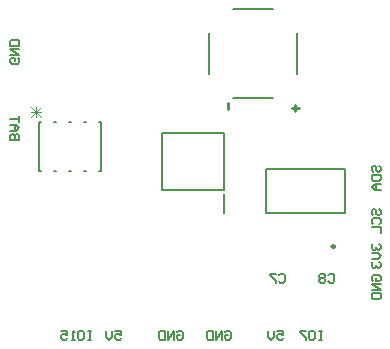
<source format=gbo>
G04*
G04 #@! TF.GenerationSoftware,Altium Limited,Altium Designer,24.1.2 (44)*
G04*
G04 Layer_Color=32896*
%FSLAX25Y25*%
%MOIN*%
G70*
G04*
G04 #@! TF.SameCoordinates,BB4A674F-8819-4941-915F-785A2CCA7B01*
G04*
G04*
G04 #@! TF.FilePolarity,Positive*
G04*
G01*
G75*
%ADD10C,0.00787*%
%ADD11C,0.00984*%
%ADD12C,0.00500*%
%ADD15C,0.00300*%
%ADD59C,0.01000*%
%ADD86C,0.00600*%
D10*
X97811Y54815D02*
X124189D01*
X97811D02*
Y69382D01*
X124189D01*
Y54815D02*
Y69382D01*
X83795Y62551D02*
Y81449D01*
X63205D02*
X83795D01*
X63205Y62551D02*
Y81449D01*
Y62551D02*
X83795D01*
X83657Y54874D02*
Y61173D01*
D11*
X120744Y43595D02*
G03*
X120744Y43595I-492J0D01*
G01*
D12*
X108264Y101307D02*
Y114693D01*
X78736Y101307D02*
Y114693D01*
X86807Y122764D02*
X100193D01*
X86807Y93236D02*
X100193D01*
X133501Y68501D02*
X133001Y69001D01*
Y70000D01*
X133501Y70500D01*
X134001D01*
X134501Y70000D01*
Y69001D01*
X135000Y68501D01*
X135500D01*
X136000Y69001D01*
Y70000D01*
X135500Y70500D01*
X133001Y67501D02*
X136000D01*
Y66001D01*
X135500Y65502D01*
X133501D01*
X133001Y66001D01*
Y67501D01*
X136000Y64502D02*
X134001D01*
X133001Y63502D01*
X134001Y62503D01*
X136000D01*
X134501D01*
Y64502D01*
X133501Y54001D02*
X133001Y54501D01*
Y55500D01*
X133501Y56000D01*
X134001D01*
X134501Y55500D01*
Y54501D01*
X135000Y54001D01*
X135500D01*
X136000Y54501D01*
Y55500D01*
X135500Y56000D01*
X133501Y51002D02*
X133001Y51501D01*
Y52501D01*
X133501Y53001D01*
X135500D01*
X136000Y52501D01*
Y51501D01*
X135500Y51002D01*
X133001Y50002D02*
X136000D01*
Y48003D01*
X133501Y44500D02*
X133001Y44000D01*
Y43001D01*
X133501Y42501D01*
X134001D01*
X134501Y43001D01*
Y43500D01*
Y43001D01*
X135000Y42501D01*
X135500D01*
X136000Y43001D01*
Y44000D01*
X135500Y44500D01*
X133001Y41501D02*
X135000D01*
X136000Y40501D01*
X135000Y39502D01*
X133001D01*
X133501Y38502D02*
X133001Y38002D01*
Y37002D01*
X133501Y36503D01*
X134001D01*
X134501Y37002D01*
Y37502D01*
Y37002D01*
X135000Y36503D01*
X135500D01*
X136000Y37002D01*
Y38002D01*
X135500Y38502D01*
X133501Y32001D02*
X133001Y32500D01*
Y33500D01*
X133501Y34000D01*
X135500D01*
X136000Y33500D01*
Y32500D01*
X135500Y32001D01*
X134501D01*
Y33000D01*
X136000Y31001D02*
X133001D01*
X136000Y29002D01*
X133001D01*
Y28002D02*
X136000D01*
Y26502D01*
X135500Y26003D01*
X133501D01*
X133001Y26502D01*
Y28002D01*
X116500Y15499D02*
X115500D01*
X116000D01*
Y12500D01*
X116500D01*
X115500D01*
X112501Y15499D02*
X113501D01*
X114001Y14999D01*
Y13000D01*
X113501Y12500D01*
X112501D01*
X112002Y13000D01*
Y14999D01*
X112501Y15499D01*
X111002D02*
X109002D01*
Y14999D01*
X111002Y13000D01*
Y12500D01*
X101501Y15499D02*
X103500D01*
Y13999D01*
X102500Y14499D01*
X102000D01*
X101501Y13999D01*
Y13000D01*
X102000Y12500D01*
X103000D01*
X103500Y13000D01*
X100501Y15499D02*
Y13500D01*
X99501Y12500D01*
X98502Y13500D01*
Y15499D01*
X84001Y14999D02*
X84500Y15499D01*
X85500D01*
X86000Y14999D01*
Y13000D01*
X85500Y12500D01*
X84500D01*
X84001Y13000D01*
Y13999D01*
X85000D01*
X83001Y12500D02*
Y15499D01*
X81002Y12500D01*
Y15499D01*
X80002D02*
Y12500D01*
X78502D01*
X78003Y13000D01*
Y14999D01*
X78502Y15499D01*
X80002D01*
X68001Y14999D02*
X68501Y15499D01*
X69500D01*
X70000Y14999D01*
Y13000D01*
X69500Y12500D01*
X68501D01*
X68001Y13000D01*
Y13999D01*
X69000D01*
X67001Y12500D02*
Y15499D01*
X65002Y12500D01*
Y15499D01*
X64002D02*
Y12500D01*
X62502D01*
X62003Y13000D01*
Y14999D01*
X62502Y15499D01*
X64002D01*
X47501D02*
X49500D01*
Y13999D01*
X48500Y14499D01*
X48000D01*
X47501Y13999D01*
Y13000D01*
X48000Y12500D01*
X49000D01*
X49500Y13000D01*
X46501Y15499D02*
Y13500D01*
X45501Y12500D01*
X44502Y13500D01*
Y15499D01*
X39500D02*
X38500D01*
X39000D01*
Y12500D01*
X39500D01*
X38500D01*
X35501Y15499D02*
X36501D01*
X37001Y14999D01*
Y13000D01*
X36501Y12500D01*
X35501D01*
X35002Y13000D01*
Y14999D01*
X35501Y15499D01*
X34002Y12500D02*
X33002D01*
X33502D01*
Y15499D01*
X34002Y14999D01*
X29503Y15499D02*
X31503D01*
Y13999D01*
X30503Y14499D01*
X30003D01*
X29503Y13999D01*
Y13000D01*
X30003Y12500D01*
X31003D01*
X31503Y13000D01*
X14999Y106499D02*
X15499Y106000D01*
Y105000D01*
X14999Y104500D01*
X13000D01*
X12500Y105000D01*
Y106000D01*
X13000Y106499D01*
X13999D01*
Y105500D01*
X12500Y107499D02*
X15499D01*
X12500Y109498D01*
X15499D01*
Y110498D02*
X12500D01*
Y111998D01*
X13000Y112497D01*
X14999D01*
X15499Y111998D01*
Y110498D01*
Y79000D02*
X12500D01*
Y80500D01*
X13000Y80999D01*
X13500D01*
X13999Y80500D01*
Y79000D01*
Y80500D01*
X14499Y80999D01*
X14999D01*
X15499Y80500D01*
Y79000D01*
X12500Y81999D02*
X14499D01*
X15499Y82999D01*
X14499Y83998D01*
X12500D01*
X13999D01*
Y81999D01*
X15499Y84998D02*
Y86997D01*
Y85998D01*
X12500D01*
X118500Y34000D02*
X119000Y34499D01*
X119999D01*
X120499Y34000D01*
Y32000D01*
X119999Y31501D01*
X119000D01*
X118500Y32000D01*
X117500Y34000D02*
X117000Y34499D01*
X116001D01*
X115501Y34000D01*
Y33500D01*
X116001Y33000D01*
X115501Y32500D01*
Y32000D01*
X116001Y31501D01*
X117000D01*
X117500Y32000D01*
Y32500D01*
X117000Y33000D01*
X117500Y33500D01*
Y34000D01*
X117000Y33000D02*
X116001D01*
X102000Y34000D02*
X102500Y34499D01*
X103499D01*
X103999Y34000D01*
Y32000D01*
X103499Y31501D01*
X102500D01*
X102000Y32000D01*
X101000Y34499D02*
X99001D01*
Y34000D01*
X101000Y32000D01*
Y31501D01*
D15*
X19535Y90250D02*
X22867Y86918D01*
Y90250D02*
X19535Y86918D01*
X21201Y90250D02*
Y86918D01*
X22867Y88584D02*
X19535D01*
D59*
X85100Y89437D02*
Y91570D01*
X107599Y88650D02*
Y90782D01*
X108666Y89716D02*
X106533D01*
D86*
X22150Y68800D02*
X22936D01*
X42850D02*
Y85200D01*
X42064Y68800D02*
X42850D01*
X22150D02*
Y85200D01*
X22936D01*
X27064D02*
X27935D01*
X32065D02*
X32936D01*
X37064D02*
X37936D01*
X42064D02*
X42850D01*
X37064Y68800D02*
X37936D01*
X32065D02*
X32936D01*
X27064D02*
X27935D01*
M02*

</source>
